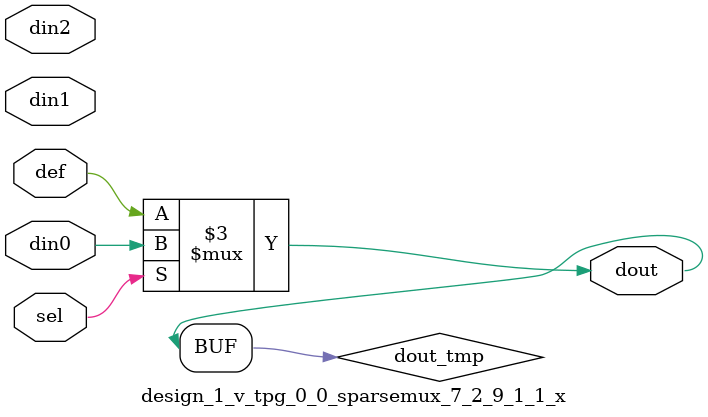
<source format=v>
`timescale 1ns / 1ps

module design_1_v_tpg_0_0_sparsemux_7_2_9_1_1_x (din0,din1,din2,def,sel,dout);

parameter din0_WIDTH = 1;

parameter din1_WIDTH = 1;

parameter din2_WIDTH = 1;

parameter def_WIDTH = 1;
parameter sel_WIDTH = 1;
parameter dout_WIDTH = 1;

parameter [sel_WIDTH-1:0] CASE0 = 1;

parameter [sel_WIDTH-1:0] CASE1 = 1;

parameter [sel_WIDTH-1:0] CASE2 = 1;

parameter ID = 1;
parameter NUM_STAGE = 1;



input [din0_WIDTH-1:0] din0;

input [din1_WIDTH-1:0] din1;

input [din2_WIDTH-1:0] din2;

input [def_WIDTH-1:0] def;
input [sel_WIDTH-1:0] sel;

output [dout_WIDTH-1:0] dout;



reg [dout_WIDTH-1:0] dout_tmp;


always @ (*) begin
(* parallel_case *) case (sel)
    
    CASE0 : dout_tmp = din0;
    
    CASE1 : dout_tmp = din1;
    
    CASE2 : dout_tmp = din2;
    
    default : dout_tmp = def;
endcase
end


assign dout = dout_tmp;



endmodule

</source>
